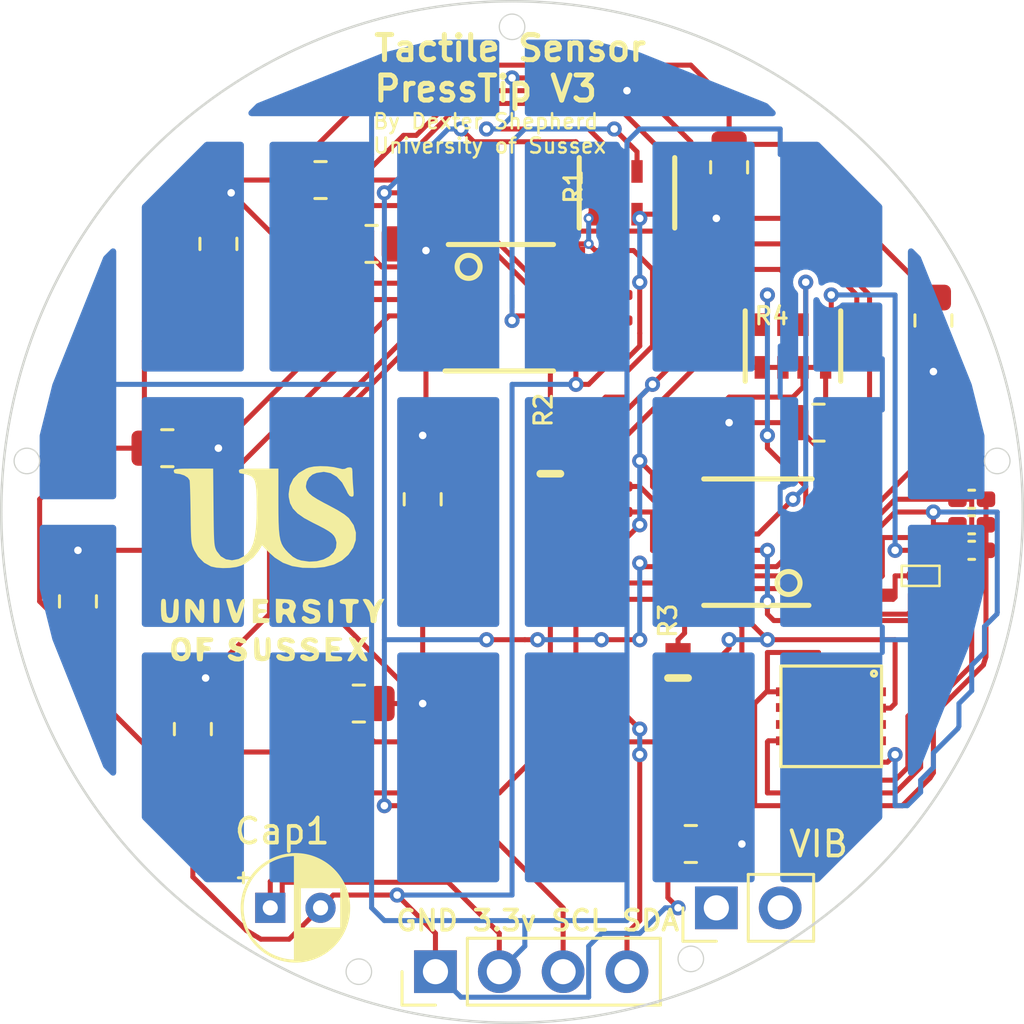
<source format=kicad_pcb>
(kicad_pcb (version 20221018) (generator pcbnew)
  (layers (0 "F.Cu" signal) (31 "B.Cu" signal) (34 "B.Paste" user) (35 "F.Paste" user) (36 "B.SilkS" user "B.Silkscreen") (37 "F.SilkS" user "F.Silkscreen") (38 "B.Mask" user) (39 "F.Mask" user) (44 "Edge.Cuts" user))
  (net 0 "")
  (footprint "TSSOP16" (layer "F.Cu") (at 162.1822 102.799 90)
    (fp_text reference "IC3" hide)
    (fp_text value "ADC_ADS7830")
  )
  (footprint "Capacitor_SMD:C_0402_1005Metric_Pad0.74x0.62mm_HandSolder" (layer "F.Cu") (at 170.688 103.124)
    (fp_text reference "C3" hide)
    (fp_text value "C_0402_1005Metric_Pad0.74x0.62mm_HandSolder" hide)
  )
  (footprint "Capacitor_THT:CP_Radial_D4.0mm_P2.00mm" (layer "F.Cu") (at 142.78 117.348)
    (fp_text reference "Cap1")
    (fp_text value "CP_Radial_D4.0mm_P2.00mm" hide)
  )
  (footprint "RESPACK_4X0603" (layer "F.Cu") (at 163.576 94.996)
    (fp_text reference "R4")
    (fp_text value "10K Pack")
  )
  (footprint "Capacitor_SMD:C_0402_1005Metric_Pad0.74x0.62mm_HandSolder" (layer "F.Cu") (at 170.688 102.108)
    (fp_text reference "C2" hide)
    (fp_text value "C_0402_1005Metric_Pad0.74x0.62mm_HandSolder" hide)
  )
  (footprint "0603-NO" (layer "F.Cu") (at 159.004 108.204 90)
    (fp_text reference "R3")
    (fp_text value "5ohm")
  )
  (footprint "Capacitor_SMD:C_0201_0603Metric_Pad0.64x0.40mm_HandSolder" (layer "F.Cu") (at 156.464 101.6 180)
    (fp_text reference "P3" hide)
    (fp_text value "C_0201_0603Metric_Pad0.64x0.40mm_HandSolder" hide)
  )
  (footprint "TSSOP16" (layer "F.Cu") (at 151.892 93.472 -90)
    (fp_text reference "IC2" hide)
    (fp_text value "ADC_ADS7830")
  )
  (footprint "RESPACK_4X0603" (layer "F.Cu") (at 156.972 88.9)
    (fp_text reference "R1")
    (fp_text value "10K Pack")
  )
  (footprint "Connector_PinHeader_2.54mm:PinHeader_1x04_P2.54mm_Vertical" (layer "F.Cu") (at 149.352 119.888 90)
    (fp_text reference "GND 3.3v SCL SDA")
    (fp_text value "PinHeader_1x04_P2.54mm_Vertical" hide)
  )
  (footprint "Resistor_SMD:R_0805_2012Metric" (layer "F.Cu") (at 148.844 101.092 90)
    (fp_text reference "j6" hide)
    (fp_text value "R_0805_2012Metric" hide)
  )
  (footprint "Resistor_SMD:R_0805_2012Metric" (layer "F.Cu") (at 140.716 90.932 90)
    (fp_text reference "j3" hide)
    (fp_text value "R_0805_2012Metric" hide)
  )
  (footprint "Resistor_SMD:R_0805_2012Metric" (layer "F.Cu") (at 169.164 93.98 -90)
    (fp_text reference "j9" hide)
    (fp_text value "R_0805_2012Metric" hide)
  )
  (footprint "Resistor_SMD:R_0805_2012Metric" (layer "F.Cu") (at 161.036 87.884 -90)
    (fp_text reference "j10" hide)
    (fp_text value "R_0805_2012Metric" hide)
  )
  (footprint "Capacitor_SMD:C_0402_1005Metric_Pad0.74x0.62mm_HandSolder" (layer "F.Cu") (at 170.688 101.092)
    (fp_text reference "C1" hide)
    (fp_text value "C_0402_1005Metric_Pad0.74x0.62mm_HandSolder" hide)
  )
  (footprint "Resistor_SMD:R_0805_2012Metric" (layer "F.Cu") (at 146.304 109.22)
    (fp_text reference "j5_" hide)
    (fp_text value "R_0805_2012Metric" hide)
  )
  (footprint "Resistor_SMD:R_0805_2012Metric" (layer "F.Cu") (at 164.592 98.044 180)
    (fp_text reference "j8" hide)
    (fp_text value "R_0805_2012Metric" hide)
  )
  (footprint "Resistor_SMD:R_0805_2012Metric" (layer "F.Cu") (at 135.128 105.156 90)
    (fp_text reference "j1" hide)
    (fp_text value "R_0805_2012Metric" hide)
  )
  (footprint "Resistor_SMD:R_0805_2012Metric" (layer "F.Cu") (at 139.7 110.236 90)
    (fp_text reference "j0" hide)
    (fp_text value "R_0805_2012Metric" hide)
  )
  (footprint "PCM_Resistor_SMD_AKL:R_0201_0603Metric" (layer "F.Cu") (at 168.656 104.14)
    (fp_text reference "THing" hide)
    (fp_text value "R_0201_0603Metric" hide)
  )
  (footprint "Connector_PinHeader_2.54mm:PinHeader_1x02_P2.54mm_Vertical" (layer "F.Cu") (at 160.528 117.348 90)
    (fp_text reference "VIB")
    (fp_text value "PinHeader_1x02_P2.54mm_Vertical" hide)
  )
  (footprint "Resistor_SMD:R_0805_2012Metric" (layer "F.Cu") (at 146.812 90.932)
    (fp_text reference "j4" hide)
    (fp_text value "R_0805_2012Metric" hide)
  )
  (footprint "0603-NO" (layer "F.Cu") (at 153.924 100.076 90)
    (fp_text reference "R2")
    (fp_text value "5ohm")
  )
  (footprint "Capacitor_SMD:C_0201_0603Metric_Pad0.64x0.40mm_HandSolder" (layer "F.Cu") (at 156.464 93.98)
    (fp_text reference "P2" hide)
    (fp_text value "C_0201_0603Metric_Pad0.64x0.40mm_HandSolder" hide)
  )
  (footprint "Resistor_SMD:R_0805_2012Metric" (layer "F.Cu") (at 138.684 99.06)
    (fp_text reference "j2" hide)
    (fp_text value "R_0805_2012Metric" hide)
  )
  (footprint "Resistor_SMD:R_0805_2012Metric" (layer "F.Cu") (at 159.512 114.808)
    (fp_text reference "j7" hide)
    (fp_text value "R_0805_2012Metric" hide)
  )
  (footprint "Capacitor_SMD:C_0201_0603Metric_Pad0.64x0.40mm_HandSolder" (layer "F.Cu") (at 156.464 100.584 180)
    (fp_text reference "P4" hide)
    (fp_text value "C_0201_0603Metric_Pad0.64x0.40mm_HandSolder" hide)
  )
  (footprint "LOGO" (layer "F.Cu") (at 142.748 103.632)
    (fp_text reference "G***" hide)
    (fp_text value "LOGO" hide)
  )
  (footprint "Capacitor_SMD:C_0201_0603Metric_Pad0.64x0.40mm_HandSolder" (layer "F.Cu") (at 156.464 92.964)
    (fp_text reference "P1" hide)
    (fp_text value "C_0201_0603Metric_Pad0.64x0.40mm_HandSolder" hide)
  )
  (footprint "16LCSP" (layer "F.Cu") (at 165.1 109.728 -90)
    (fp_text reference "IC1" hide)
    (fp_text value "ADXL33X")
  )
  (footprint "Resistor_SMD:R_0805_2012Metric" (layer "F.Cu") (at 144.78 88.392)
    (fp_text reference "j5" hide)
    (fp_text value "R_0805_2012Metric" hide)
  )
  (gr_circle (center 146.304 119.888) (end 146.304 119.38) (stroke (width 0.05)) (fill none) (layer "Edge.Cuts"))
  (gr_circle (center 152.4 82.296) (end 152.4 81.788) (stroke (width 0.05)) (fill none) (layer "Edge.Cuts"))
  (gr_circle (center 171.704 99.568) (end 171.704 99.06) (stroke (width 0.05)) (fill none) (layer "Edge.Cuts"))
  (gr_circle (center 152.398413 101.6) (end 152.652413 81.28) (stroke (width 0.1)) (fill none) (layer "Edge.Cuts"))
  (gr_circle (center 159.512 119.38) (end 159.512 118.872) (stroke (width 0.05)) (fill none) (layer "Edge.Cuts"))
  (gr_circle (center 133.096 99.568) (end 133.096 99.06) (stroke (width 0.05)) (fill none) (layer "Edge.Cuts"))
  (gr_text "Tactile Sensor\nPressTip V3\n" (at 146.812 85.344) (layer "F.SilkS") (effects (font (size 1 1) (thickness 0.2) bold) (justify left bottom)))
  (gr_text "By Dexter Shepherd\nUniversity of Sussex" (at 146.812 87.376) (layer "F.SilkS") (effects (font (size 0.6 0.6) (thickness 0.1) bold) (justify left bottom)))
  (segment (start 166.624 92.964) (end 166.624 100.584) (width 0.2) (layer "F.Cu") (net 0))
  (segment (start 143.256 116.872) (end 142.78 117.348) (width 0.2) (layer "F.Cu") (net 0))
  (segment (start 135.128 106.0685) (end 134.5165 106.0685) (width 0.2) (layer "F.Cu") (net 0))
  (segment (start 144.78 117.348) (end 143.531904 118.596096) (width 0.2) (layer "F.Cu") (net 0))
  (segment (start 157.48 94.996) (end 156.972 95.504) (width 0.2) (layer "F.Cu") (net 0))
  (segment (start 142.748 105.664) (end 140.208 108.204) (width 0.2) (layer "F.Cu") (net 0))
  (segment (start 153.924 110.744) (end 159.004 110.744) (width 0.2) (layer "F.Cu") (net 0))
  (segment (start 154.94 96.52) (end 155.448 96.52) (width 0.2) (layer "F.Cu") (net 0))
  (segment (start 168.656 109.728) (end 170.688 107.696) (width 0.2) (layer "F.Cu") (net 0))
  (segment (start 164.592 112.268) (end 164.592 111.736) (width 0.2) (layer "F.Cu") (net 0))
  (segment (start 160.02 87.884) (end 160.02 90.424) (width 0.2) (layer "F.Cu") (net 0))
  (segment (start 164.084 92.456) (end 164.084 94.038) (width 0.2) (layer "F.Cu") (net 0))
  (segment (start 162.601 110.703) (end 163.25 110.703) (width 0.2) (layer "F.Cu") (net 0))
  (segment (start 159.2644 98.7996) (end 159.2644 100.524) (width 0.2) (layer "F.Cu") (net 0))
  (segment (start 143.8675 88.392) (end 145.8995 90.424) (width 0.2) (layer "F.Cu") (net 0))
  (segment (start 164.876 95.846) (end 163.976 95.846) (width 0.2) (layer "F.Cu") (net 0))
  (segment (start 170.1205 101.092) (end 167.64 101.092) (width 0.2) (layer "F.Cu") (net 0))
  (segment (start 141.830658 118.248081) (end 139.7 116.117423) (width 0.2) (layer "F.Cu") (net 0))
  (segment (start 155.956 94.996) (end 155.956 95.504) (width 0.2) (layer "F.Cu") (net 0))
  (segment (start 161.036 86.9715) (end 160.9325 86.9715) (width 0.2) (layer "F.Cu") (net 0))
  (segment (start 149.352 108.204) (end 148.844 107.696) (width 0.2) (layer "F.Cu") (net 0))
  (segment (start 156.464 104.14) (end 156.748 104.424) (width 0.2) (layer "F.Cu") (net 0))
  (segment (start 148.844 98.552) (end 148.9742 98.4218) (width 0.2) (layer "F.Cu") (net 0))
  (segment (start 165.1 105.074) (end 167.558 105.074) (width 0.2) (layer "F.Cu") (net 0))
  (segment (start 161.036 97.028) (end 159.2644 98.7996) (width 0.2) (layer "F.Cu") (net 0))
  (segment (start 162.56 103.124) (end 159.2644 103.124) (width 0.2) (layer "F.Cu") (net 0))
  (segment (start 146.812 90.424) (end 146.812 91.44) (width 0.2) (layer "F.Cu") (net 0))
  (segment (start 164.592 107.188) (end 164.592 107.72) (width 0.2) (layer "F.Cu") (net 0))
  (segment (start 158.496 102.108) (end 158.496 101.6) (width 0.2) (layer "F.Cu") (net 0))
  (segment (start 148.9742 98.4218) (end 148.9742 95.747) (width 0.2) (layer "F.Cu") (net 0))
  (segment (start 154.8508 94.488) (end 154.8098 94.447) (width 0.2) (layer "F.Cu") (net 0))
  (segment (start 167.558 105.074) (end 167.64 104.992) (width 0.2) (layer "F.Cu") (net 0))
  (segment (start 165.1 102.474) (end 164.734 102.474) (width 0.2) (layer "F.Cu") (net 0))
  (segment (start 143.463 111.1485) (end 145.3915 109.22) (width 0.2) (layer "F.Cu") (net 0))
  (segment (start 169.672 105.664) (end 169.672 103.632) (width 0.2) (layer "F.Cu") (net 0))
  (segment (start 170.688 107.696) (end 170.688 101.092) (width 0.2) (layer "F.Cu") (net 0))
  (segment (start 161.036 107.022) (end 159.004 109.054) (width 0.2) (layer "F.Cu") (net 0))
  (segment (start 159.004 110.744) (end 159.004 109.054) (width 0.2) (layer "F.Cu") (net 0))
  (segment (start 154.94 99.568) (end 157.988 96.52) (width 0.2) (layer "F.Cu") (net 0))
  (segment (start 158.578 101.174) (end 159.2644 101.174) (width 0.2) (layer "F.Cu") (net 0))
  (segment (start 140.208 108.8155) (end 139.7 109.3235) (width 0.2) (layer "F.Cu") (net 0))
  (segment (start 140.716 99.06) (end 146.629 93.147) (width 0.2) (layer "F.Cu") (net 0))
  (segment (start 154.432 117.348) (end 150.368 113.284) (width 0.2) (layer "F.Cu") (net 0))
  (segment (start 162.194 102.474) (end 159.2644 102.474) (width 0.2) (layer "F.Cu") (net 0))
  (segment (start 154.8098 95.747) (end 155.713 95.747) (width 0.2) (layer "F.Cu") (net 0))
  (segment (start 154.331 95.097) (end 153.924 95.504) (width 0.2) (layer "F.Cu") (net 0))
  (segment (start 163.068 104.14) (end 160.528 104.14) (width 0.2) (layer "F.Cu") (net 0))
  (segment (start 167.64 109.22) (end 167.457 109.403) (width 0.2) (layer "F.Cu") (net 0))
  (segment (start 148.844 109.22) (end 147.2165 109.22) (width 0.2) (layer "F.Cu") (net 0))
  (segment (start 153.924 110.744) (end 153.924 100.926) (width 0.2) (layer "F.Cu") (net 0))
  (segment (start 163.576 97.028) (end 161.036 97.028) (width 0.2) (layer "F.Cu") (net 0))
  (segment (start 149.352 110.236) (end 148.844 110.744) (width 0.2) (layer "F.Cu") (net 0))
  (segment (start 166.116 92.964) (end 166.116 95.504) (width 0.2) (layer "F.Cu") (net 0))
  (segment (start 167.132 104.14) (end 166.848 104.424) (width 0.2) (layer "F.Cu") (net 0))
  (segment (start 154.8098 93.147) (end 155.8735 93.147) (width 0.2) (layer "F.Cu") (net 0))
  (segment (start 158.862 102.474) (end 158.496 102.108) (width 0.2) (layer "F.Cu") (net 0))
  (segment (start 146.629 93.147) (end 148.9742 93.147) (width 0.2) (layer "F.Cu") (net 0))
  (segment (start 139.7 111.1485) (end 138.0725 111.1485) (width 0.2) (layer "F.Cu") (net 0))
  (segment (start 166.116 103.774) (end 165.1 103.774) (width 0.2) (layer "F.Cu") (net 0))
  (segment (start 168.976 104.836) (end 168.148 105.664) (width 0.2) (layer "F.Cu") (net 0))
  (segment (start 171.2555 101.092) (end 171.2555 103.124) (width 0.2) (layer "F.Cu") (net 0))
  (segment (start 144.272 99.06) (end 148.235 95.097) (width 0.2) (layer "F.Cu") (net 0))
  (segment (start 167.64 111.252) (end 167.339 111.553) (width 0.2) (layer "F.Cu") (net 0))
  (segment (start 160.812 101.376) (end 159.96 100.524) (width 0.2) (layer "F.Cu") (net 0))
  (segment (start 156.122 97.028) (end 156.972 97.028) (width 0.2) (layer "F.Cu") (net 0))
  (segment (start 162.276 95.846) (end 159.678 95.846) (width 0.2) (layer "F.Cu") (net 0))
  (segment (start 169.672 102.6755) (end 170.1205 103.124) (width 0.2) (layer "F.Cu") (net 0))
  (segment (start 160.02 90.424) (end 160.528 90.932) (width 0.2) (layer "F.Cu") (net 0))
  (segment (start 148.844 86.868) (end 148.844 87.376) (width 0.2) (layer "F.Cu") (net 0))
  (segment (start 153.823 91.847) (end 154.8098 91.847) (width 0.2) (layer "F.Cu") (net 0))
  (segment (start 155.448 94.488) (end 154.8508 94.488) (width 0.2) (layer "F.Cu") (net 0))
  (segment (start 163.976 96.628) (end 163.576 97.028) (width 0.2) (layer "F.Cu") (net 0))
  (segment (start 157.48 89.916) (end 157.48 89.858) (width 0.2) (layer "F.Cu") (net 0))
  (segment (start 155.0748 90.932) (end 154.8098 91.197) (width 0.2) (layer "F.Cu") (net 0))
  (segment (start 162.56 108.712) (end 162.052 109.22) (width 0.2) (layer "F.Cu") (net 0))
  (segment (start 160.528 90.932) (end 164.084 90.932) (width 0.2) (layer "F.Cu") (net 0))
  (segment (start 162.56 99.06) (end 162.56 98.552) (width 0.2) (layer "F.Cu") (net 0))
  (segment (start 141.224 89.5115) (end 140.716 90.0195) (width 0.2) (layer "F.Cu") (net 0))
  (segment (start 169.164 111.973634) (end 169.164 109.671155) (width 0.2) (layer "F.Cu") (net 0))
  (segment (start 148.9742 93.797) (end 147.503 93.797) (width 0.2) (layer "F.Cu") (net 0))
  (segment (start 167.64 106.68) (end 167.64 109.22) (width 0.2) (layer "F.Cu") (net 0))
  (segment (start 167.64 104.14) (end 168.336 104.14) (width 0.2) (layer "F.Cu") (net 0))
  (segment (start 162.601 108.753) (end 162.56 108.712) (width 0.2) (layer "F.Cu") (net 0))
  (segment (start 157.372 88.05) (end 157.372 87.268) (width 0.2) (layer "F.Cu") (net 0))
  (segment (start 158.5995 116.9435) (end 158.5995 114.808) (width 0.2) (layer "F.Cu") (net 0))
  (segment (start 156.464 95.504) (end 156.972 95.504) (width 0.2) (layer "F.Cu") (net 0))
  (segment (start 156.464 103.124) (end 156.464 104.14) (width 0.2) (layer "F.Cu") (net 0))
  (segment (start 169.164 103.124) (end 167.64 103.124) (width 0.2) (layer "F.Cu") (net 0))
  (segment (start 167.930266 113.284) (end 169.030811 112.183455) (width 0.2) (layer "F.Cu") (net 0))
  (segment (start 140.208 108.204) (end 140.208 108.8155) (width 0.2) (layer "F.Cu") (net 0))
  (segment (start 156.464 85.344) (end 150.368 85.344) (width 0.2) (layer "F.Cu") (net 0))
  (segment (start 162.56 107.188) (end 164.592 107.188) (width 0.2) (layer "F.Cu") (net 0))
  (segment (start 156.972 84.836) (end 150.368 84.836) (width 0.2) (layer "F.Cu") (net 0))
  (segment (start 161.036 98.044) (end 163.576 98.044) (width 0.2) (layer "F.Cu") (net 0))
  (segment (start 156.972 96.012) (end 157.988 94.996) (width 0.2) (layer "F.Cu") (net 0))
  (segment (start 166.624 102.616) (end 166.624 103.266) (width 0.2) (layer "F.Cu") (net 0))
  (segment (start 168.656 101.6) (end 167.64 101.6) (width 0.2) (layer "F.Cu") (net 0))
  (segment (start 155.672 89.75) (end 155.506 89.75) (width 0.2) (layer "F.Cu") (net 0))
  (segment (start 165.1 92.964) (end 165.1 93.922) (width 0.2) (layer "F.Cu") (net 0))
  (segment (start 146.304 88.392) (end 146.304 89.916) (width 0.2) (layer "F.Cu") (net 0))
  (segment (start 157.988 91.948) (end 157.237 91.197) (width 0.2) (layer "F.Cu") (net 0))
  (segment (start 143.531904 118.596096) (end 142.40669 118.596096) (width 0.2) (layer "F.Cu") (net 0))
  (segment (start 135.636 99.06) (end 137.7715 99.06) (width 0.2) (layer "F.Cu") (net 0))
  (segment (start 170.1205 107.7555) (end 168.148 109.728) (width 0.2) (layer "F.Cu") (net 0))
  (segment (start 170.1205 103.124) (end 170.1205 107.7555) (width 0.2) (layer "F.Cu") (net 0))
  (segment (start 157.622 103.774) (end 159.2644 103.774) (width 0.2) (layer "F.Cu") (net 0))
  (segment (start 163.576 89.916) (end 166.624 92.964) (width 0.2) (layer "F.Cu") (net 0))
  (segment (start 171.2555 107.350015) (end 171.2555 107.188) (width 0.2) (layer "F.Cu") (net 0))
  (segment (start 164.876 95.846) (end 164.876 97.4155) (width 0.2) (layer "F.Cu") (net 0))
  (segment (start 161.544 105.664) (end 162.052 106.172) (width 0.2) (layer "F.Cu") (net 0))
  (segment (start 155.448 96.52) (end 156.464 95.504) (width 0.2) (layer "F.Cu") (net 0))
  (segment (start 156.972 97.028) (end 156.972 96.012) (width 0.2) (layer "F.Cu") (net 0))
  (segment (start 137.7715 99.06) (end 137.7715 94.789) (width 0.2) (layer "F.Cu") (net 0))
  (segment (start 164.876 97.4155) (end 165.5045 98.044) (width 0.2) (layer "F.Cu") (net 0))
  (segment (start 155.838 89.75) (end 156.572 89.75) (width 0.2) (layer "F.Cu") (net 0))
  (segment (start 166.848 104.424) (end 165.1 104.424) (width 0.2) (layer "F.Cu") (net 0))
  (segment (start 143.8675 88.392) (end 143.8675 87.7805) (width 0.2) (layer "F.Cu") (net 0))
  (segment (start 170.688 101.092) (end 170.1205 101.092) (width 0.2) (layer "F.Cu") (net 0))
  (segment (start 150.876 86.868) (end 150.368 86.36) (width 0.2) (layer "F.Cu") (net 0))
  (segment (start 147.32 88.9) (end 149.86 88.9) (width 0.2) (layer "F.Cu") (net 0))
  (segment (start 141.224 88.9) (end 141.224 89.5115) (width 0.2) (layer "F.Cu") (net 0))
  (segment (start 149.352 118.364) (end 147.828 116.84) (width 0.2) (layer "F.Cu") (net 0))
  (segment (start 150.368 85.344) (end 148.844 86.868) (width 0.2) (layer "F.Cu") (net 0))
  (segment (start 138.0725 111.1485) (end 135.128 108.204) (width 0.2) (layer "F.Cu") (net 0))
  (segment (start 146.812 91.44) (end 147.219 91.847) (width 0.2) (layer "F.Cu") (net 0))
  (segment (start 147.828 88.392) (end 146.812 88.392) (width 0.2) (layer "F.Cu") (net 0))
  (segment (start 157.48 102.108) (end 156.464 103.124) (width 0.2) (layer "F.Cu") (net 0))
  (segment (start 151.384 106.68) (end 152.908 106.68) (width 0.2) (layer "F.Cu") (net 0))
  (segment (start 150.368 113.284) (end 147.32 113.284) (width 0.2) (layer "F.Cu") (net 0))
  (segment (start 156.464 87.376) (end 155.448 86.36) (width 0.2) (layer "F.Cu") (net 0))
  (segment (start 160.812 101.824) (end 160.812 101.376) (width 0.2) (layer "F.Cu") (net 0))
  (segment (start 155.448 102.2085) (end 156.0565 101.6) (width 0.2) (layer "F.Cu") (net 0))
  (segment (start 158.272 88.05) (end 158.272 87.152) (width 0.2) (layer "F.Cu") (net 0))
  (segment (start 157.372 87.268) (end 156.972 86.868) (width 0.2) (layer "F.Cu") (net 0))
  (segment (start 142.78 117.348) (end 142.78 116.3) (width 0.2) (layer "F.Cu") (net 0))
  (segment (start 169.164 109.671155) (end 171.152589 107.682566) (width 0.2) (layer "F.Cu") (net 0))
  (segment (start 157.48 99.568) (end 157.988 100.076) (width 0.2) (layer "F.Cu") (net 0))
  (segment (start 164.084 105.664) (end 163.068 104.648) (width 0.2) (layer "F.Cu") (net 0))
  (segment (start 163.068 104.648) (end 161.544 104.648) (width 0.2) (layer "F.Cu") (net 0))
  (segment (start 156.8715 100.584) (end 156.0565 100.584) (width 0.2) (layer "F.Cu") (net 0))
  (segment (start 162.56 106.68) (end 167.64 106.68) (width 0.2) (layer "F.Cu") (net 0))
  (segment (start 163.576 101.092) (end 162.194 102.474) (width 0.2) (layer "F.Cu") (net 0))
  (segment (start 153.924 90.424) (end 153.416 90.932) (width 0.2) (layer "F.Cu") (net 0))
  (segment (start 159.2644 106.4196) (end 159.2644 105.074) (width 0.2) (layer "F.Cu") (net 0))
  (segment (start 149.352 118.364) (end 149.352 119.888) (width 0.2) (layer "F.Cu") (net 0))
  (segment (start 169.164 102.108) (end 169.164 102.108) (width 0.2) (layer "F.Cu") (net 0))
  (segment (start 163.068 91.948) (end 163.176 92.056) (width 0.2) (layer "F.Cu") (net 0))
  (segment (start 155.448 86.36) (end 151.384 86.36) (width 0.2) (layer "F.Cu") (net 0))
  (segment (start 150.368 84.836) (end 148.59 86.614) (width 0.2) (layer "F.Cu") (net 0))
  (segment (start 155.448 87.826) (end 155.672 88.05) (width 0.2) (layer "F.Cu") (net 0))
  (segment (start 157.48 94.488) (end 157.48 92.456) (width 0.2) (layer "F.Cu") (net 0))
  (segment (start 155.3655 93.797) (end 154.8098 93.797) (width 0.2) (layer "F.Cu") (net 0))
  (segment (start 155.713 95.747) (end 155.956 95.504) (width 0.2) (layer "F.Cu") (net 0))
  (segment (start 155.448 87.376) (end 155.448 87.826) (width 0.2) (layer "F.Cu") (net 0))
  (segment (start 158.272 87.152) (end 156.464 85.344) (width 0.2) (layer "F.Cu") (net 0))
  (segment (start 143.8675 88.392) (end 140.208 88.392) (width 0.2) (layer "F.Cu") (net 0))
  (segment (start 143.288 116.872) (end 142.812 117.348) (width 0.2) (layer "F.Cu") (net 0))
  (segment (start 155.5485 93.98) (end 156.0565 93.98) (width 0.2) (layer "F.Cu") (net 0))
  (segment (start 169.672 102.616) (end 167.132 102.616) (width 0.2) (layer "F.Cu") (net 0))
  (segment (start 147.503 93.797) (end 140.716 100.584) (width 0.2) (layer "F.Cu") (net 0))
  (segment (start 148.844 107.696) (end 148.844 102.0045) (width 0.2) (layer "F.Cu") (net 0))
  (segment (start 161.036 106.68) (end 161.036 107.022) (width 0.2) (layer "F.Cu") (net 0))
  (segment (start 159.004 106.68) (end 159.004 107.354) (width 0.2) (layer "F.Cu") (net 0))
  (segment (start 154.94 86.868) (end 150.876 86.868) (width 0.2) (layer "F.Cu") (net 0))
  (segment (start 149.86 89.408) (end 153.599 93.147) (width 0.2) (layer "F.Cu") (net 0))
  (segment (start 152.908 106.68) (end 153.416 106.68) (width 0.2) (layer "F.Cu") (net 0))
  (segment (start 169.164 102.108) (end 169.164 101.6) (width 0.2) (layer "F.Cu") (net 0))
  (segment (start 134.5165 106.0685) (end 133.604 105.156) (width 0.2) (layer "F.Cu") (net 0))
  (segment (start 146.812 89.408) (end 149.86 89.408) (width 0.2) (layer "F.Cu") (net 0))
  (segment (start 159.004 117.348) (end 158.5995 116.9435) (width 0.2) (layer "F.Cu") (net 0))
  (segment (start 156.748 104.424) (end 159.2644 104.424) (width 0.2) (layer "F.Cu") (net 0))
  (segment (start 145.8995 90.424) (end 145.8995 90.932) (width 0.2) (layer "F.Cu") (net 0))
  (segment (start 159.2644 103.774) (end 162.926 103.774) (width 0.2) (layer "F.Cu") (net 0))
  (segment (start 162.56 110.744) (end 162.601 110.703) (width 0.2) (layer "F.Cu") (net 0))
  (segment (start 156.464 87.376) (end 156.464 87.942) (width 0.2) (layer "F.Cu") (net 0))
  (segment (start 159.96 100.524) (end 159.2644 100.524) (width 0.2) (layer "F.Cu") (net 0))
  (segment (start 157.48 117.856) (end 157.48 111.252) (width 0.2) (layer "F.Cu") (net 0))
  (segment (start 162.56 112.776) (end 167.64 112.776) (width 0.2) (layer "F.Cu") (net 0))
  (segment (start 139.7 116.117423) (end 139.7 111.1485) (width 0.2) (layer "F.Cu") (net 0))
  (segment (start 162.926 103.774) (end 164.084 102.616) (width 0.2) (layer "F.Cu") (net 0))
  (segment (start 146.304 112.776) (end 151.892 112.776) (width 0.2) (layer "F.Cu") (net 0))
  (segment (start 135.128 103.124) (end 135.128 104.2435) (width 0.2) (layer "F.Cu") (net 0))
  (segment (start 162.56 105.664) (end 162.814 105.918) (width 0.2) (layer "F.Cu") (net 0))
  (segment (start 147.9895 91.197) (end 147.7245 90.932) (width 0.2) (layer "F.Cu") (net 0))
  (segment (start 153.924 99.226) (end 156.122 97.028) (width 0.2) (layer "F.Cu") (net 0))
  (segment (start 164.084 94.038) (end 163.976 94.146) (width 0.2) (layer "F.Cu") (net 0))
  (segment (start 157.988 100.076) (end 157.988 100.584) (width 0.2) (layer "F.Cu") (net 0))
  (segment (start 167.339 111.553) (end 166.075 111.553) (width 0.2) (layer "F.Cu") (net 0))
  (segment (start 170.1205 102.108) (end 169.164 102.108) (width 0.2) (layer "F.Cu") (net 0))
  (segment (start 155.8735 93.147) (end 156.0565 92.964) (width 0.2) (layer "F.Cu") (net 0))
  (segment (start 155.874 105.074) (end 155.448 104.648) (width 0.2) (layer "F.Cu") (net 0))
  (segment (start 167.132 102.616) (end 167.132 104.14) (width 0.2) (layer "F.Cu") (net 0))
  (segment (start 162.052 113.284) (end 167.930266 113.284) (width 0.2) (layer "F.Cu") (net 0))
  (segment (start 157.988 94.996) (end 157.988 91.948) (width 0.2) (layer "F.Cu") (net 0))
  (segment (start 142.78 116.3) (end 146.304 112.776) (width 0.2) (layer "F.Cu") (net 0))
  (segment (start 155.506 89.75) (end 155.448 89.916) (width 0.2) (layer "F.Cu") (net 0))
  (segment (start 140.716 99.06) (end 139.5965 99.06) (width 0.2) (layer "F.Cu") (net 0))
  (segment (start 146.304 89.916) (end 146.812 90.424) (width 0.2) (layer "F.Cu") (net 0))
  (segment (start 159.512 91.948) (end 163.068 91.948) (width 0.2) (layer "F.Cu") (net 0))
  (segment (start 166.116 102.616) (end 166.116 103.124) (width 0.2) (layer "F.Cu") (net 0))
  (segment (start 155.448 87.376) (end 154.94 86.868) (width 0.2) (layer "F.Cu") (net 0))
  (segment (start 153.599 93.147) (end 154.8098 93.147) (width 0.2) (layer "F.Cu") (net 0))
  (segment (start 156.0565 99.4675) (end 156.0565 101.6) (width 0.2) (layer "F.Cu") (net 0))
  (segment (start 147.219 91.847) (end 148.9742 91.847) (width 0.2) (layer "F.Cu") (net 0))
  (segment (start 159.2644 102.474) (end 158.862 102.474) (width 0.2) (layer "F.Cu") (net 0))
  (segment (start 148.377 94.447) (end 142.748 100.076) (width 0.2) (layer "F.Cu") (net 0))
  (segment (start 148.9742 94.447) (end 148.377 94.447) (width 0.2) (layer "F.Cu") (net 0))
  (segment (start 164.876 95.846) (end 165.774 95.846) (width 0.2) (layer "F.Cu") (net 0))
  (segment (start 167.64 104.992) (end 167.64 104.14) (width 0.2) (layer "F.Cu") (net 0))
  (segment (start 162.56 110.744) (end 162.56 112.776) (width 0.2) (layer "F.Cu") (net 0))
  (segment (start 162.56 92.964) (end 162.56 93.862) (width 0.2) (layer "F.Cu") (net 0))
  (segment (start 157.372 89.75) (end 158.272 89.75) (width 0.2) (layer "F.Cu") (net 0))
  (segment (start 162.814 105.918) (end 169.418 105.918) (width 0.2) (layer "F.Cu") (net 0))
  (segment (start 159.2644 101.824) (end 160.812 101.824) (width 0.2) (layer "F.Cu") (net 0))
  (segment (start 145.3915 109.22) (end 146.9155 110.744) (width 0.2) (layer "F.Cu") (net 0))
  (segment (start 157.988 101.6) (end 156.8715 101.6) (width 0.2) (layer "F.Cu") (net 0))
  (segment (start 165.1 99.568) (end 165.1 100.524) (width 0.2) (layer "F.Cu") (net 0))
  (segment (start 164.592 107.72) (end 164.775 107.903) (width 0.2) (layer "F.Cu") (net 0))
  (segment (start 153.457 92.497) (end 154.8098 92.497) (width 0.2) (layer "F.Cu") (net 0))
  (segment (start 157.48 110.236) (end 154.94 107.696) (width 0.2) (layer "F.Cu") (net 0))
  (segment (start 151.892 118.364) (end 151.892 119.888) (width 0.2) (layer "F.Cu") (net 0))
  (segment (start 163.25 108.753) (end 162.601 108.753) (width 0.2) (layer "F.Cu") (net 0))
  (segment (start 140.716 103.124) (end 135.128 103.124) (width 0.2) (layer "F.Cu") (net 0))
  (segment (start 169.672 102.616) (end 169.672 102.6755) (width 0.2) (layer "F.Cu") (net 0))
  (segment (start 166.624 100.584) (end 166.034 101.174) (width 0.2) (layer "F.Cu") (net 0))
  (segment (start 138.684 90.932) (end 139.5965 91.8445) (width 0.2) (layer "F.Cu") (net 0))
  (segment (start 166.116 103.124) (end 165.1 103.124) (width 0.2) (layer "F.Cu") (net 0))
  (segment (start 159.512 91.948) (end 159.512 90.932) (width 0.2) (layer "F.Cu") (net 0))
  (segment (start 160.9325 86.9715) (end 160.02 87.884) (width 0.2) (layer "F.Cu") (net 0))
  (segment (start 149.86 116.332) (end 151.892 118.364) (width 0.2) (layer "F.Cu") (net 0))
  (segment (start 159.004 90.424) (end 153.924 90.424) (width 0.2) (layer "F.Cu") (net 0))
  (segment (start 168.656 101.6) (end 168.656 101.6) (width 0.2) (layer "F.Cu") (net 0))
  (segment (start 139.5965 91.8445) (end 140.716 91.8445) (width 0.2) (layer "F.Cu") (net 0))
  (segment (start 133.604 105.156) (end 133.604 101.092) (width 0.2) (layer "F.Cu") (net 0))
  (segment (start 153.416 90.932) (end 153.416 91.44) (width 0.2) (layer "F.Cu") (net 0))
  (segment (start 169.418 105.918) (end 169.672 105.664) (width 0.2) (layer "F.Cu") (net 0))
  (segment (start 161.036 89.916) (end 161.036 88.7965) (width 0.2) (layer "F.Cu") (net 0))
  (segment (start 169.164 96.012) (end 169.164 99.06) (width 0.2) (layer "F.Cu") (net 0))
  (segment (start 157.48 94.488) (end 157.48 94.996) (width 0.2) (layer "F.Cu") (net 0))
  (segment (start 157.988 85.344) (end 157.988 84.328) (width 0.2) (layer "F.Cu") (net 0))
  (segment (start 142.748 100.076) (end 142.748 105.664) (width 0.2) (layer "F.Cu") (net 0))
  (segment (start 143.8675 87.7805) (end 147.828 83.82) (width 0.2) (layer "F.Cu") (net 0))
  (segment (start 157.48 100.584) (end 156.8715 100.584) (width 0.2) (layer "F.Cu") (net 0))
  (segment (start 154.94 95.8772) (end 154.8098 95.747) (width 0.2) (layer "F.Cu") (net 0))
  (segment (start 156.972 118.364) (end 156.972 119.888) (width 0.2) (layer "F.Cu") (net 0))
  (segment (start 159.512 94.996) (end 159.512 91.948) (width 0.2) (layer "F.Cu") (net 0))
  (segment (start 157.48 89.858) (end 157.372 89.75) (width 0.2) (layer "F.Cu") (net 0))
  (segment (start 144.821 92.497) (end 148.9742 92.497) (width 0.2) (layer "F.Cu") (net 0))
  (segment (start 152.4 93.98) (end 152.583 93.797) (width 0.2) (layer "F.Cu") (net 0))
  (segment (start 160.528 104.14) (end 160.528 105.156) (width 0.2) (layer "F.Cu") (net 0))
  (segment (start 169.030811 112.183455) (end 169.164 111.973634) (width 0.2) (layer "F.Cu") (net 0))
  (segment (start 168.148 109.728) (end 168.148 111.76) (width 0.2) (layer "F.Cu") (net 0))
  (segment (start 157.988 100.584) (end 158.578 101.174) (width 0.2) (layer "F.Cu") (net 0))
  (segment (start 163.176 92.056) (end 163.176 94.146) (width 0.2) (layer "F.Cu") (net 0))
  (segment (start 163.976 95.846) (end 163.976 96.628) (width 0.2) (layer "F.Cu") (net 0))
  (segment (start 148.844 98.552) (end 148.844 100.1795) (width 0.2) (layer "F.Cu") (net 0))
  (segment (start 163.576 98.044) (end 165.1 99.568) (width 0.2) (layer "F.Cu") (net 0))
  (segment (start 155.448 90.932) (end 155.0748 90.932) (width 0.2) (layer "F.Cu") (net 0))
  (segment (start 161.036 86.9715) (end 163.068 86.9715) (width 0.2) (layer "F.Cu") (net 0))
  (segment (start 146.9155 110.744) (end 148.844 110.744) (width 0.2) (layer "F.Cu") (net 0))
  (segment (start 161.036 85.344) (end 161.036 86.9715) (width 0.2) (layer "F.Cu") (net 0))
  (segment (start 171.2555 107.188) (end 171.2555 103.124) (width 0.2) (layer "F.Cu") (net 0))
  (segment (start 160.528 105.156) (end 161.544 106.172) (width 0.2) (layer "F.Cu") (net 0))
  (segment (start 157.988 84.328) (end 152.4 84.328) (width 0.2) (layer "F.Cu") (net 0))
  (segment (start 139.7 111.1485) (end 143.463 111.1485) (width 0.2) (layer "F.Cu") (net 0))
  (segment (start 155.713 91.197) (end 155.448 90.932) (width 0.2) (layer "F.Cu") (net 0))
  (segment (start 138.684 89.916) (end 138.684 90.932) (width 0.2) (layer "F.Cu") (net 0))
  (segment (start 156.972 86.868) (end 156.464 86.36) (width 0.2) (layer "F.Cu") (net 0))
  (segment (start 168.148 111.76) (end 167.64 112.268) (width 0.2) (layer "F.Cu") (net 0))
  (segment (start 159.2644 103.124) (end 157.988 103.124) (width 0.2) (layer "F.Cu") (net 0))
  (segment (start 163.068 86.9715) (end 169.164 93.0675) (width 0.2) (layer "F.Cu") (net 0))
  (segment (start 155.448 104.648) (end 155.448 102.616) (width 0.2) (layer "F.Cu") (net 0))
  (segment (start 155.448 89.916) (end 155.838 89.75) (width 0.2) (layer "F.Cu") (net 0))
  (segment (start 159.678 95.846) (end 156.0565 99.4675) (width 0.2) (layer "F.Cu") (net 0))
  (segment (start 157.988 103.124) (end 157.988 101.6) (width 0.2) (layer "F.Cu") (net 0))
  (segment (start 167.64 112.776) (end 168.656 111.76) (width 0.2) (layer "F.Cu") (net 0))
  (segment (start 146.304 88.392) (end 145.6925 88.392) (width 0.2) (layer "F.Cu") (net 0))
  (segment (start 160.528 89.916) (end 163.576 89.916) (width 0.2) (layer "F.Cu") (net 0))
  (segment (start 155.3655 93.797) (end 155.5485 93.98) (width 0.2) (layer "F.Cu") (net 0))
  (segment (start 147.828 83.82) (end 159.512 83.82) (width 0.2) (layer "F.Cu") (net 0))
  (segment (start 155.448 102.616) (end 155.448 102.2085) (width 0.2) (layer "F.Cu") (net 0))
  (segment (start 162.052 106.172) (end 162.56 106.68) (width 0.2) (layer "F.Cu") (net 0))
  (segment (start 145.288 116.84) (end 144.78 117.348) (width 0.2) (layer "F.Cu") (net 0))
  (segment (start 140.716 100.584) (end 140.716 103.124) (width 0.2) (layer "F.Cu") (net 0))
  (segment (start 157.237 91.197) (end 156.972 91.197) (width 0.2) (layer "F.Cu") (net 0))
  (segment (start 162.56 105.156) (end 162.56 105.664) (width 0.2) (layer "F.Cu") (net 0))
  (segment (start 159.2644 105.074) (end 155.874 105.074) (width 0.2) (layer "F.Cu") (net 0))
  (segment (start 148.9742 91.197) (end 147.9895 91.197) (width 0.2) (layer "F.Cu") (net 0))
  (segment (start 142.40669 118.596096) (end 141.830658 118.248081) (width 0.2) (layer "F.Cu") (net 0))
  (segment (start 166.624 103.266) (end 166.116 103.774) (width 0.2) (layer "F.Cu") (net 0))
  (segment (start 164.084 90.932) (end 166.116 92.964) (width 0.2) (layer "F.Cu") (net 0))
  (segment (start 171.2555 107.350015) (end 171.15259 107.682565) (width 0.2) (layer "F.Cu") (net 0))
  (segment (start 148.082 86.614) (end 148.59 86.614) (width 0.2) (layer "F.Cu") (net 0))
  (segment (start 167.457 109.403) (end 166.925 109.403) (width 0.2) (layer "F.Cu") (net 0))
  (segment (start 156.972 91.197) (end 156.8715 91.2975) (width 0.2) (layer "F.Cu") (net 0))
  (segment (start 159.512 83.82) (end 161.036 85.344) (width 0.2) (layer "F.Cu") (net 0))
  (segment (start 164.592 111.736) (end 164.775 111.553) (width 0.2) (layer "F.Cu") (net 0))
  (segment (start 156.972 118.364) (end 157.48 117.856) (width 0.2) (layer "F.Cu") (net 0))
  (segment (start 153.924 99.226) (end 153.924 95.504) (width 0.2) (layer "F.Cu") (net 0))
  (segment (start 156.8715 91.2975) (end 156.8715 93.98) (width 0.2) (layer "F.Cu") (net 0))
  (segment (start 154.94 107.696) (end 154.94 99.568) (width 0.2) (layer "F.Cu") (net 0))
  (segment (start 168.148 105.664) (end 164.084 105.664) (width 0.2) (layer "F.Cu") (net 0))
  (segment (start 159.512 86.868) (end 157.988 85.344) (width 0.2) (layer "F.Cu") (net 0))
  (segment (start 149.86 88.9) (end 153.457 92.497) (width 0.2) (layer "F.Cu") (net 0))
  (segment (start 161.544 114.808) (end 160.4245 114.808) (width 0.2) (layer "F.Cu") (net 0))
  (segment (start 146.304 88.392) (end 148.082 86.614) (width 0.2) (layer "F.Cu") (net 0))
  (segment (start 149.352 108.204) (end 149.352 110.236) (width 0.2) (layer "F.Cu") (net 0))
  (segment (start 153.416 91.44) (end 153.823 91.847) (width 0.2) (layer "F.Cu") (net 0))
  (segment (start 165.1 93.922) (end 164.876 94.146) (width 0.2) (layer "F.Cu") (net 0))
  (segment (start 154.432 117.348) (end 154.432 119.888) (width 0.2) (layer "F.Cu") (net 0))
  (segment (start 140.208 88.392) (end 138.684 89.916) (width 0.2) (layer "F.Cu") (net 0))
  (segment (start 157.48 103.632) (end 157.622 103.774) (width 0.2) (layer "F.Cu") (net 0))
  (segment (start 158.496 101.6) (end 157.48 100.584) (width 0.2) (layer "F.Cu") (net 0))
  (segment (start 166.034 101.174) (end 165.1 101.174) (width 0.2) (layer "F.Cu") (net 0))
  (segment (start 162.56 108.712) (end 162.56 107.188) (width 0.2) (layer "F.Cu") (net 0))
  (segment (start 162.052 109.22) (end 162.052 113.284) (width 0.2) (layer "F.Cu") (net 0))
  (segment (start 143.256 116.332) (end 149.86 116.332) (width 0.2) (layer "F.Cu") (net 0))
  (segment (start 156.972 91.197) (end 155.713 91.197) (width 0.2) (layer "F.Cu") (net 0))
  (segment (start 161.544 106.172) (end 161.544 114.808) (width 0.2) (layer "F.Cu") (net 0))
  (segment (start 157.988 96.52) (end 159.512 94.996) (width 0.2) (layer "F.Cu") (net 0))
  (segment (start 141.224 88.9) (end 144.821 92.497) (width 0.2) (layer "F.Cu") (net 0))
  (segment (start 171.15259 107.682565) (end 170.659577 108.175577) (width 0.2) (layer "F.Cu") (net 0))
  (segment (start 166.925 110.053) (end 166.925 109.403) (width 0.2) (layer "F.Cu") (net 0))
  (segment (start 169.672 103.632) (end 169.164 103.124) (width 0.2) (layer "F.Cu") (net 0))
  (segment (start 144.272 104.648) (end 144.272 99.06) (width 0.2) (layer "F.Cu") (net 0))
  (segment (start 135.128 108.204) (end 135.128 106.0685) (width 0.2) (layer "F.Cu") (net 0))
  (segment (start 148.844 109.22) (end 144.272 104.648) (width 0.2) (layer "F.Cu") (net 0))
  (segment (start 162.56 93.862) (end 162.276 94.146) (width 0.2) (layer "F.Cu") (net 0))
  (segment (start 137.7715 94.789) (end 140.716 91.8445) (width 0.2) (layer "F.Cu") (net 0))
  (segment (start 146.812 88.392) (end 146.812 89.408) (width 0.2) (layer "F.Cu") (net 0))
  (segment (start 152.583 93.797) (end 154.8098 93.797) (width 0.2) (layer "F.Cu") (net 0))
  (segment (start 164.084 100.584) (end 162.56 99.06) (width 0.2) (layer "F.Cu") (net 0))
  (segment (start 155.448 94.488) (end 155.956 94.996) (width 0.2) (layer "F.Cu") (net 0))
  (segment (start 133.604 101.092) (end 135.636 99.06) (width 0.2) (layer "F.Cu") (net 0))
  (segment (start 163.25 110.053) (end 163.25 108.753) (width 0.2) (layer "F.Cu") (net 0))
  (segment (start 154.94 96.52) (end 154.94 95.8772) (width 0.2) (layer "F.Cu") (net 0))
  (segment (start 168.656 111.76) (end 168.656 109.728) (width 0.2) (layer "F.Cu") (net 0))
  (segment (start 171.152589 107.682566) (end 171.2555 107.350015) (width 0.2) (layer "F.Cu") (net 0))
  (segment (start 159.004 106.68) (end 159.2644 106.4196) (width 0.2) (layer "F.Cu") (net 0))
  (segment (start 167.64 101.6) (end 166.624 102.616) (width 0.2) (layer "F.Cu") (net 0))
  (segment (start 155.956 106.68) (end 157.48 106.68) (width 0.2) (layer "F.Cu") (net 0))
  (segment (start 167.64 101.092) (end 166.116 102.616) (width 0.2) (layer "F.Cu") (net 0))
  (segment (start 169.164 101.6) (end 168.656 101.6) (width 0.2) (layer "F.Cu") (net 0))
  (segment (start 156.464 87.942) (end 156.572 88.05) (width 0.2) (layer "F.Cu") (net 0))
  (segment (start 169.164 99.06) (end 166.4 101.824) (width 0.2) (layer "F.Cu") (net 0))
  (segment (start 148.844 87.376) (end 147.828 88.392) (width 0.2) (layer "F.Cu") (net 0))
  (segment (start 164.084 102.616) (end 164.084 100.584) (width 0.2) (layer "F.Cu") (net 0))
  (segment (start 165.774 95.846) (end 166.116 95.504) (width 0.2) (layer "F.Cu") (net 0))
  (segment (start 162.276 95.846) (end 163.176 95.846) (width 0.2) (layer "F.Cu") (net 0))
  (segment (start 159.512 90.932) (end 159.512 86.868) (width 0.2) (layer "F.Cu") (net 0))
  (segment (start 169.164 96.012) (end 169.164 94.8925) (width 0.2) (layer "F.Cu") (net 0))
  (segment (start 159.512 90.932) (end 159.004 90.424) (width 0.2) (layer "F.Cu") (net 0))
  (segment (start 164.734 102.474) (end 163.068 104.14) (width 0.2) (layer "F.Cu") (net 0))
  (segment (start 154.8098 95.097) (end 154.331 95.097) (width 0.2) (layer "F.Cu") (net 0))
  (segment (start 166.4 101.824) (end 165.1 101.824) (width 0.2) (layer "F.Cu") (net 0))
  (segment (start 147.828 116.84) (end 145.288 116.84) (width 0.2) (layer "F.Cu") (net 0))
  (segment (start 167.64 112.268) (end 164.592 112.268) (width 0.2) (layer "F.Cu") (net 0))
  (segment (start 168.976 104.836) (end 168.976 104.14) (width 0.2) (layer "F.Cu") (net 0))
  (segment (start 161.544 104.648) (end 161.544 105.664) (width 0.2) (layer "F.Cu") (net 0))
  (segment (start 143.256 116.332) (end 143.256 116.872) (width 0.2) (layer "F.Cu") (net 0))
  (segment (start 148.235 95.097) (end 148.9742 95.097) (width 0.2) (layer "F.Cu") (net 0))
  (segment (start 151.892 112.776) (end 153.924 110.744) (width 0.2) (layer "F.Cu") (net 0))
  (via blind (at 165.1 92.964) (size 0.6) (drill 0.3) (layers "F.Cu" "B.Cu") (net 0))
  (via (at 152.4 93.98) (size 0.6) (drill 0.3) (layers "F.Cu" "B.Cu") (net 0))
  (via (at 157.48 89.916) (size 0.6) (drill 0.3) (layers "F.Cu" "B.Cu") (net 0))
  (via (at 151.384 86.36) (size 0.6) (drill 0.3) (layers "F.Cu" "B.Cu") (net 0))
  (via (at 140.716 99.06) (size 0.6) (drill 0.3) (layers "F.Cu" "B.Cu") (net 0))
  (via (at 157.48 92.456) (size 0.6) (drill 0.3) (layers "F.Cu" "B.Cu") (net 0))
  (via (at 161.036 106.68) (size 0.6) (drill 0.3) (layers "F.Cu" "B.Cu") (net 0))
  (via (at 160.528 89.916) (size 0.6) (drill 0.3) (layers "F.Cu" "B.Cu") (net 0))
  (via (at 151.384 106.68) (size 0.6) (drill 0.3) (layers "F.Cu" "B.Cu") (net 0))
  (via (at 147.828 116.84) (size 0.6) (drill 0.3) (layers "F.Cu" "B.Cu") (net 0))
  (via (at 156.972 84.836) (size 0.6) (drill 0.3) (layers "F.Cu" "B.Cu") (net 0))
  (via blind (at 163.576 101.092) (size 0.6) (drill 0.3) (layers "F.Cu" "B.Cu") (net 0))
  (via blind (at 164.084 92.456) (size 0.6) (drill 0.3) (layers "F.Cu" "B.Cu") (net 0))
  (via (at 140.208 108.204) (size 0.6) (drill 0.3) (layers "F.Cu" "B.Cu") (net 0))
  (via (at 157.48 110.236) (size 0.6) (drill 0.3) (layers "F.Cu" "B.Cu") (net 0))
  (via (at 153.416 106.68) (size 0.6) (drill 0.3) (layers "F.Cu" "B.Cu") (net 0))
  (via (at 162.56 98.552) (size 0.6) (drill 0.3) (layers "F.Cu" "B.Cu") (net 0))
  (via (at 159.004 117.348) (size 0.6) (drill 0.3) (layers "F.Cu" "B.Cu") (net 0))
  (via (at 161.036 98.044) (size 0.6) (drill 0.3) (layers "F.Cu" "B.Cu") (net 0))
  (via (at 169.164 96.012) (size 0.6) (drill 0.3) (layers "F.Cu" "B.Cu") (net 0))
  (via (at 162.56 106.68) (size 0.6) (drill 0.3) (layers "F.Cu" "B.Cu") (net 0))
  (via (at 135.128 103.124) (size 0.6) (drill 0.3) (layers "F.Cu" "B.Cu") (net 0))
  (via (at 147.32 113.284) (size 0.6) (drill 0.3) (layers "F.Cu" "B.Cu") (net 0))
  (via (at 152.4 84.328) (size 0.6) (drill 0.3) (layers "F.Cu" "B.Cu") (net 0))
  (via blind (at 155.448 90.932) (size 0.4) (drill 0.2) (layers "F.Cu" "B.Cu") (net 0))
  (via (at 156.464 86.36) (size 0.6) (drill 0.3) (layers "F.Cu" "B.Cu") (net 0))
  (via (at 167.64 103.124) (size 0.6) (drill 0.3) (layers "F.Cu" "B.Cu") (net 0))
  (via (at 148.844 109.22) (size 0.6) (drill 0.3) (layers "F.Cu" "B.Cu") (net 0))
  (via (at 157.48 111.252) (size 0.6) (drill 0.3) (layers "F.Cu" "B.Cu") (net 0))
  (via (at 157.48 103.632) (size 0.6) (drill 0.3) (layers "F.Cu" "B.Cu") (net 0))
  (via (at 148.9742 91.197) (size 0.6) (drill 0.3) (layers "F.Cu" "B.Cu") (net 0))
  (via (at 155.956 106.68) (size 0.6) (drill 0.3) (layers "F.Cu" "B.Cu") (net 0))
  (via (at 169.164 101.6) (size 0.6) (drill 0.3) (layers "F.Cu" "B.Cu") (net 0))
  (via blind (at 155.448 89.916) (size 0.4) (drill 0.2) (layers "F.Cu" "B.Cu") (net 0))
  (via (at 157.48 99.568) (size 0.6) (drill 0.3) (layers "F.Cu" "B.Cu") (net 0))
  (via (at 141.224 88.9) (size 0.6) (drill 0.3) (layers "F.Cu" "B.Cu") (net 0))
  (via (at 147.32 88.9) (size 0.6) (drill 0.3) (layers "F.Cu" "B.Cu") (net 0))
  (via (at 162.56 105.156) (size 0.6) (drill 0.3) (layers "F.Cu" "B.Cu") (net 0))
  (via (at 162.56 92.964) (size 0.6) (drill 0.3) (layers "F.Cu" "B.Cu") (net 0))
  (via (at 161.544 114.808) (size 0.6) (drill 0.3) (layers "F.Cu" "B.Cu") (net 0))
  (via (at 162.56 103.124) (size 0.6) (drill 0.3) (layers "F.Cu" "B.Cu") (net 0))
  (via (at 157.48 106.68) (size 0.6) (drill 0.3) (layers "F.Cu" "B.Cu") (net 0))
  (via (at 150.368 86.36) (size 0.6) (drill 0.3) (layers "F.Cu" "B.Cu") (net 0))
  (via (at 157.988 96.52) (size 0.6) (drill 0.3) (layers "F.Cu" "B.Cu") (net 0))
  (via (at 154.94 96.52) (size 0.6) (drill 0.3) (layers "F.Cu" "B.Cu") (net 0))
  (via (at 167.64 111.252) (size 0.6) (drill 0.3) (layers "F.Cu" "B.Cu") (net 0))
  (via (at 148.844 98.552) (size 0.6) (drill 0.3) (layers "F.Cu" "B.Cu") (net 0))
  (via (at 157.48 102.108) (size 0.6) (drill 0.3) (layers "F.Cu" "B.Cu") (net 0))
  (segment (start 147.828 116.84) (end 152.4 116.84) (width 0.2) (layer "B.Cu") (net 0))
  (segment (start 167.132 106.68) (end 167.132 107.188) (width 0.2) (layer "B.Cu") (net 0))
  (segment (start 149.86 86.36) (end 150.368 86.36) (width 0.2) (layer "B.Cu") (net 0))
  (segment (start 171.704 101.6) (end 171.704 105.595272) (width 0.2) (layer "B.Cu") (net 0))
  (segment (start 168.656 112.751924) (end 168.123924 113.284) (width 0.2) (layer "B.Cu") (net 0))
  (segment (start 152.908 118.872) (end 152.908 117.856) (width 0.2) (layer "B.Cu") (net 0))
  (segment (start 152.4 85.852) (end 151.892 86.36) (width 0.2) (layer "B.Cu") (net 0))
  (segment (start 151.892 86.36) (end 151.384 86.36) (width 0.2) (layer "B.Cu") (net 0))
  (segment (start 157.48 118.364) (end 158.496 117.348) (width 0.2) (layer "B.Cu") (net 0))
  (segment (start 169.164 101.6) (end 171.704 101.6) (width 0.2) (layer "B.Cu") (net 0))
  (segment (start 167.132 106.68) (end 169.164 106.68) (width 0.2) (layer "B.Cu") (net 0))
  (segment (start 162.56 98.552) (end 162.56 92.964) (width 0.2) (layer "B.Cu") (net 0))
  (segment (start 162.56 103.124) (end 162.56 105.156) (width 0.2) (layer "B.Cu") (net 0))
  (segment (start 170.18 110.116761) (end 170.134596 110.21502) (width 0.2) (layer "B.Cu") (net 0))
  (segment (start 162.56 106.68) (end 161.036 106.68) (width 0.2) (layer "B.Cu") (net 0))
  (segment (start 167.64 92.964) (end 167.64 103.124) (width 0.2) (layer "B.Cu") (net 0))
  (segment (start 170.688 107.696) (end 170.688 108.712) (width 0.2) (layer "B.Cu") (net 0))
  (segment (start 167.132 95.504) (end 167.132 97.536) (width 0.2) (layer "B.Cu") (net 0))
  (segment (start 157.48 86.36) (end 163.068 86.36) (width 0.2) (layer "B.Cu") (net 0))
  (segment (start 171.689887 105.660968) (end 171.196 106.154855) (width 0.2) (layer "B.Cu") (net 0))
  (segment (start 156.464 86.36) (end 152.908 86.36) (width 0.2) (layer "B.Cu") (net 0))
  (segment (start 171.196 106.154855) (end 171.196 107.188) (width 0.2) (layer "B.Cu") (net 0))
  (segment (start 163.068 100.584) (end 163.068 101.6) (width 0.2) (layer "B.Cu") (net 0))
  (segment (start 152.4 86.868) (end 152.4 93.472) (width 0.2) (layer "B.Cu") (net 0))
  (segment (start 164.084 100.584) (end 163.576 101.092) (width 0.2) (layer "B.Cu") (net 0))
  (segment (start 170.688 108.712) (end 170.18 109.22) (width 0.2) (layer "B.Cu") (net 0))
  (segment (start 146.812 85.344) (end 146.812 87.376) (width 0.2) (layer "B.Cu") (net 0))
  (segment (start 165.1 92.964) (end 167.64 92.964) (width 0.2) (layer "B.Cu") (net 0))
  (segment (start 168.656 112.268) (end 168.656 112.751924) (width 0.2) (layer "B.Cu") (net 0))
  (segment (start 152.908 117.856) (end 156.972 117.856) (width 0.2) (layer "B.Cu") (net 0))
  (segment (start 147.32 106.68) (end 151.384 106.68) (width 0.2) (layer "B.Cu") (net 0))
  (segment (start 155.448 89.916) (end 155.448 90.932) (width 0.2) (layer "B.Cu") (net 0))
  (segment (start 155.448 118.872) (end 155.956 118.364) (width 0.2) (layer "B.Cu") (net 0))
  (segment (start 157.48 92.456) (end 157.48 89.916) (width 0.2) (layer "B.Cu") (net 0))
  (segment (start 169.164 111.76) (end 168.656 112.268) (width 0.2) (layer "B.Cu") (net 0))
  (segment (start 147.32 113.284) (end 147.32 106.68) (width 0.2) (layer "B.Cu") (net 0))
  (segment (start 164.084 92.456) (end 164.084 100.584) (width 0.2) (layer "B.Cu") (net 0))
  (segment (start 157.48 111.252) (end 157.48 110.236) (width 0.2) (layer "B.Cu") (net 0))
  (segment (start 170.18 109.22) (end 170.18 110.116761) (width 0.2) (layer "B.Cu") (net 0))
  (segment (start 153.416 106.68) (end 155.956 106.68) (width 0.2) (layer "B.Cu") (net 0))
  (segment (start 152.4 86.868) (end 152.908 86.36) (width 0.2) (layer "B.Cu") (net 0))
  (segment (start 163.068 86.36) (end 163.068 87.376) (width 0.2) (layer "B.Cu") (net 0))
  (segment (start 152.4 92.964) (end 152.4 93.98) (width 0.2) (layer "B.Cu") (net 0))
  (segment (start 171.196 107.188) (end 170.688 107.696) (width 0.2) (layer "B.Cu") (net 0))
  (segment (start 167.64 113.284) (end 167.64 111.252) (width 0.2) (layer "B.Cu") (net 0))
  (segment (start 156.972 86.868) (end 156.972 117.856) (width 0.2) (layer "B.Cu") (net 0))
  (segment (start 157.48 106.68) (end 157.48 103.632) (width 0.2) (layer "B.Cu") (net 0))
  (segment (start 157.48 97.028) (end 157.48 99.568) (width 0.2) (layer "B.Cu") (net 0))
  (segment (start 157.48 99.568) (end 157.48 102.108) (width 0.2) (layer "B.Cu") (net 0))
  (segment (start 155.448 120.904) (end 155.448 118.872) (width 0.2) (layer "B.Cu") (net 0))
  (segment (start 150.368 120.904) (end 155.448 120.904) (width 0.2) (layer "B.Cu") (net 0))
  (segment (start 146.812 87.376) (end 146.812 96.52) (width 0.2) (layer "B.Cu") (net 0))
  (segment (start 147.32 106.68) (end 147.32 88.9) (width 0.2) (layer "B.Cu") (net 0))
  (segment (start 156.972 86.868) (end 157.48 86.36) (width 0.2) (layer "B.Cu") (net 0))
  (segment (start 147.32 117.856) (end 146.812 117.348) (width 0.2) (layer "B.Cu") (net 0))
  (segment (start 146.812 117.348) (end 146.812 96.52) (width 0.2) (layer "B.Cu") (net 0))
  (segment (start 152.4 84.328) (end 152.4 85.852) (width 0.2) (layer "B.Cu") (net 0))
  (segment (start 158.496 117.348) (end 159.004 117.348) (width 0.2) (layer "B.Cu") (net 0))
  (segment (start 170.134596 110.21502) (end 169.164 111.185616) (width 0.2) (layer "B.Cu") (net 0))
  (segment (start 151.892 119.888) (end 152.908 118.872) (width 0.2) (layer "B.Cu") (net 0))
  (segment (start 152.908 117.856) (end 147.32 117.856) (width 0.2) (layer "B.Cu") (net 0))
  (segment (start 149.352 119.888) (end 150.368 120.904) (width 0.2) (layer "B.Cu") (net 0))
  (segment (start 136.144 96.52) (end 146.812 96.52) (width 0.2) (layer "B.Cu") (net 0))
  (segment (start 169.164 111.185616) (end 169.164 111.76) (width 0.2) (layer "B.Cu") (net 0))
  (segment (start 152.4 96.52) (end 154.94 96.52) (width 0.2) (layer "B.Cu") (net 0))
  (segment (start 171.704 105.595272) (end 171.689887 105.660968) (width 0.2) (layer "B.Cu") (net 0))
  (segment (start 167.132 106.172) (end 167.132 106.68) (width 0.2) (layer "B.Cu") (net 0))
  (segment (start 157.988 96.52) (end 157.48 97.028) (width 0.2) (layer "B.Cu") (net 0))
  (segment (start 155.956 118.364) (end 157.48 118.364) (width 0.2) (layer "B.Cu") (net 0))
  (segment (start 152.4 116.84) (end 152.4 96.52) (width 0.2) (layer "B.Cu") (net 0))
  (segment (start 168.123924 113.284) (end 167.64 113.284) (width 0.2) (layer "B.Cu") (net 0))
  (segment (start 147.32 88.9) (end 149.86 86.36) (width 0.2) (layer "B.Cu") (net 0))
  (segment (start 163.068 94.996) (end 163.068 97.028) (width 0.2) (layer "B.Cu") (net 0))
  (zone (net 0) (net_name "") (layer "F.Cu") (priority 7) (connect_pads (clearance 0)) (min_thickness 0.25) (fill yes (thermal_gap 0.5) (thermal_bridge_width 0.5) (island_removal_mode 1) (island_area_min 10))
    (polygon (pts (xy 166.624 104.648) (xy 166.624 105.156) (xy 167.64 105.156) (xy 167.64 104.648)))
  )
  (zone (net 0) (net_name "") (layer "F.Cu") (priority 7) (connect_pads (clearance 0)) (min_thickness 0.25) (fill yes (thermal_gap 0.5) (thermal_bridge_width 0.5) (island_removal_mode 1) (island_area_min 10))
    (polygon (pts (xy 168.148 104.648) (xy 168.148 105.664) (xy 169.164 105.664) (xy 169.164 104.648)))
  )
  (zone (net 0) (net_name "") (layer "B.Cu") (priority 1) (connect_pads (clearance 0)) (min_thickness 0.25) (fill yes (thermal_gap 0.5) (thermal_bridge_width 0.5) (island_removal_mode 1) (island_area_min 10))
    (polygon (pts (xy 147.828 116.332) (xy 147.828 107.188) (xy 151.892 107.188) (xy 151.892 116.332)))
  )
  (zone (net 0) (net_name "") (layer "B.Cu") (priority 1) (connect_pads (clearance 0)) (min_thickness 0.25) (fill yes (thermal_gap 0.5) (thermal_bridge_width 0.5) (island_removal_mode 1) (island_area_min 10))
    (polygon (pts (xy 147.828 106.172) (xy 147.828 97.028) (xy 151.892 97.028) (xy 151.892 106.172)))
  )
  (zone (net 0) (net_name "") (layer "B.Cu") (priority 1) (connect_pads (clearance 0)) (min_thickness 0.25) (fill yes (thermal_gap 0.5) (thermal_bridge_width 0.5) (island_removal_mode 1) (island_area_min 10))
    (polygon (pts (xy 147.828 96.012) (xy 147.828 86.868) (xy 151.892 86.868) (xy 151.892 96.012)))
  )
  (zone (net 0) (net_name "") (layer "B.Cu") (priority 1) (connect_pads (clearance 0)) (min_thickness 0.25) (fill yes (thermal_gap 0.5) (thermal_bridge_width 0.5) (island_removal_mode 1) (island_area_min 10))
    (polygon (pts (xy 152.908 116.332) (xy 152.908 107.188) (xy 156.972 107.188) (xy 156.972 116.332)))
  )
  (zone (net 0) (net_name "") (layer "B.Cu") (priority 3) (connect_pads (clearance 0)) (min_thickness 0.25) (fill yes (thermal_gap 0.5) (thermal_bridge_width 0.5) (island_removal_mode 1) (island_area_min 10))
    (polygon (pts (xy 141.732 86.868) (xy 141.732 96.012) (xy 137.668 96.012) (xy 137.668 89.408) (xy 140.208 86.868)))
  )
  (zone (net 0) (net_name "") (layer "B.Cu") (priority 1) (connect_pads (clearance 0)) (min_thickness 0.25) (fill yes (thermal_gap 0.5) (thermal_bridge_width 0.5) (island_removal_mode 1) (island_area_min 10))
    (polygon (pts (xy 142.748 116.332) (xy 142.748 107.188) (xy 146.812 107.188) (xy 146.812 116.332)))
  )
  (zone (net 0) (net_name "") (layer "B.Cu") (priority 2) (connect_pads (clearance 0)) (min_thickness 0.25) (fill yes (thermal_gap 0.5) (thermal_bridge_width 0.5) (island_removal_mode 1) (island_area_min 10))
    (polygon (pts (xy 141.732 107.188) (xy 141.732 116.332) (xy 140.208 116.332) (xy 137.668 113.792) (xy 137.668 107.188)))
  )
  (zone (net 0) (net_name "") (layer "B.Cu") (priority 6) (connect_pads (clearance 0)) (min_thickness 0.25) (fill yes (thermal_gap 0.5) (thermal_bridge_width 0.5) (island_removal_mode 1) (island_area_min 10))
    (polygon (pts (xy 152.908 86.868) (xy 156.972 86.868) (xy 156.972 96.012) (xy 152.908 96.012)))
  )
  (zone (net 0) (net_name "") (layer "B.Cu") (priority 5) (connect_pads (clearance 0)) (min_thickness 0.25) (fill yes (thermal_gap 0.5) (thermal_bridge_width 0.5) (island_removal_mode 1) (island_area_min 10))
    (polygon (pts (xy 133.604 101.092) (xy 136.652 101.092) (xy 136.652 90.932) (xy 136.144 91.44) (xy 134.112 96.52) (xy 133.604 98.552)))
  )
  (zone (net 0) (net_name "") (layer "B.Cu") (priority 1) (connect_pads (clearance 0)) (min_thickness 0.25) (fill yes (thermal_gap 0.5) (thermal_bridge_width 0.5) (island_removal_mode 1) (island_area_min 10))
    (polygon (pts (xy 142.748 106.172) (xy 142.748 97.028) (xy 146.812 97.028) (xy 146.812 106.172)))
  )
  (zone (net 0) (net_name "") (layer "B.Cu") (priority 1) (connect_pads (clearance 0)) (min_thickness 0.25) (fill yes (thermal_gap 0.5) (thermal_bridge_width 0.5) (island_removal_mode 1) (island_area_min 10))
    (polygon (pts (xy 137.668 106.172) (xy 137.668 97.028) (xy 141.732 97.028) (xy 141.732 106.172)))
  )
  (zone (net 0) (net_name "") (layer "B.Cu") (priority 1) (connect_pads (clearance 0)) (min_thickness 0.25) (fill yes (thermal_gap 0.5) (thermal_bridge_width 0.5) (island_removal_mode 1) (island_area_min 10))
    (polygon (pts (xy 157.988 96.012) (xy 157.988 86.868) (xy 162.052 86.868) (xy 162.052 96.012)))
  )
  (zone (net 0) (net_name "") (layer "B.Cu") (connect_pads (clearance 0)) (min_thickness 0.25) (fill yes (thermal_gap 0.5) (thermal_bridge_width 0.5) (island_removal_mode 1) (island_area_min 10))
    (polygon (pts (xy 157.988 97.028) (xy 162.052 97.028) (xy 162.052 106.172) (xy 157.988 106.172)))
  )
  (zone (net 0) (net_name "") (layer "B.Cu") (priority 4) (connect_pads (clearance 0)) (min_thickness 0.25) (fill yes (thermal_gap 0.5) (thermal_bridge_width 0.5) (island_removal_mode 1) (island_area_min 10))
    (polygon (pts (xy 168.148 101.092) (xy 171.196 101.092) (xy 171.196 98.552) (xy 170.688 96.52) (xy 168.656 91.44) (xy 168.148 90.932)))
  )
  (zone (net 0) (net_name "") (layer "B.Cu") (priority 4) (connect_pads (clearance 0)) (min_thickness 0.25) (fill yes (thermal_gap 0.5) (thermal_bridge_width 0.5) (island_removal_mode 1) (island_area_min 10))
    (polygon (pts (xy 136.652 102.108) (xy 133.604 102.108) (xy 133.604 104.648) (xy 134.112 106.68) (xy 136.144 111.76) (xy 136.652 112.268)))
  )
  (zone (net 0) (net_name "") (layer "B.Cu") (priority 1) (connect_pads (clearance 0)) (min_thickness 0.25) (fill yes (thermal_gap 0.5) (thermal_bridge_width 0.5) (island_removal_mode 1) (island_area_min 10))
    (polygon (pts (xy 142.748 96.012) (xy 142.748 86.868) (xy 146.812 86.868) (xy 146.812 96.012)))
  )
  (zone (net 0) (net_name "") (layer "B.Cu") (priority 5) (connect_pads (clearance 0)) (min_thickness 0.25) (fill yes (thermal_gap 0.5) (thermal_bridge_width 0.5) (island_removal_mode 1) (island_area_min 10))
    (polygon (pts (xy 152.908 82.804) (xy 152.908 85.852) (xy 163.068 85.852) (xy 162.56 85.344) (xy 157.48 83.312) (xy 155.448 82.804)))
  )
  (zone (net 0) (net_name "") (layer "B.Cu") (priority 3) (connect_pads (clearance 0)) (min_thickness 0.25) (fill yes (thermal_gap 0.5) (thermal_bridge_width 0.5) (island_removal_mode 1) (island_area_min 10))
    (polygon (pts (xy 163.068 116.332) (xy 163.068 107.188) (xy 167.132 107.188) (xy 167.132 113.792) (xy 164.592 116.332)))
  )
  (zone (net 0) (net_name "") (layer "B.Cu") (priority 5) (connect_pads (clearance 0)) (min_thickness 0.25) (fill yes (thermal_gap 0.5) (thermal_bridge_width 0.5) (island_removal_mode 1) (island_area_min 10))
    (polygon (pts (xy 171.196 102.108) (xy 168.148 102.108) (xy 168.148 112.268) (xy 168.656 111.76) (xy 170.688 106.68) (xy 171.196 104.648)))
  )
  (zone (net 0) (net_name "") (layer "B.Cu") (priority 1) (connect_pads (clearance 0)) (min_thickness 0.25) (fill yes (thermal_gap 0.5) (thermal_bridge_width 0.5) (island_removal_mode 1) (island_area_min 10))
    (polygon (pts (xy 152.908 106.172) (xy 152.908 97.028) (xy 156.972 97.028) (xy 156.972 106.172)))
  )
  (zone (net 0) (net_name "") (layer "B.Cu") (priority 2) (connect_pads (clearance 0)) (min_thickness 0.25) (fill yes (thermal_gap 0.5) (thermal_bridge_width 0.5) (island_removal_mode 1) (island_area_min 10))
    (polygon (pts (xy 163.068 96.012) (xy 163.068 86.868) (xy 164.592 86.868) (xy 167.132 89.408) (xy 167.132 96.012)))
  )
  (zone (net 0) (net_name "") (layer "B.Cu") (priority 1) (connect_pads (clearance 0)) (min_thickness 0.25) (fill yes (thermal_gap 0.5) (thermal_bridge_width 0.5) (island_removal_mode 1) (island_area_min 10))
    (polygon (pts (xy 157.988 116.332) (xy 157.988 107.188) (xy 162.052 107.188) (xy 162.052 116.332)))
  )
  (zone (net 0) (net_name "") (layer "B.Cu") (priority 4) (connect_pads (clearance 0)) (min_thickness 0.25) (fill yes (thermal_gap 0.5) (thermal_bridge_width 0.5) (island_removal_mode 1) (island_area_min 10))
    (polygon (pts (xy 151.892 85.852) (xy 151.892 82.804) (xy 149.352 82.804) (xy 147.32 83.312) (xy 142.24 85.344) (xy 141.732 85.852)))
  )
  (zone (net 0) (net_name "") (layer "B.Cu") (priority 1) (connect_pads (clearance 0)) (min_thickness 0.25) (fill yes (thermal_gap 0.5) (thermal_bridge_width 0.5) (island_removal_mode 1) (island_area_min 10))
    (polygon (pts (xy 163.068 106.172) (xy 163.068 97.028) (xy 167.132 97.028) (xy 167.132 106.172)))
  )
)
</source>
